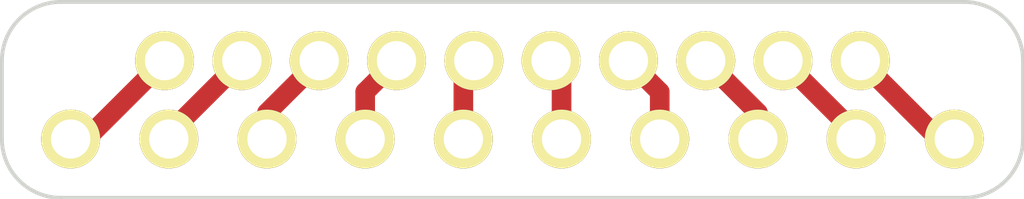
<source format=kicad_pcb>
(kicad_pcb (version 3) (host pcbnew "(2014-01-10 BZR 4027)-stable")

  (general
    (links 10)
    (no_connects 0)
    (area 76.736171 60.21324 101.7905 67.281829)
    (thickness 1.6)
    (drawings 8)
    (tracks 20)
    (zones 0)
    (modules 2)
    (nets 11)
  )

  (page A3)
  (layers
    (15 F.Cu signal)
    (0 B.Cu signal)
    (16 B.Adhes user)
    (17 F.Adhes user)
    (18 B.Paste user)
    (19 F.Paste user)
    (20 B.SilkS user)
    (21 F.SilkS user)
    (22 B.Mask user)
    (23 F.Mask user)
    (24 Dwgs.User user)
    (25 Cmts.User user)
    (26 Eco1.User user)
    (27 Eco2.User user)
    (28 Edge.Cuts user)
  )

  (setup
    (last_trace_width 0.508)
    (user_trace_width 0.508)
    (user_trace_width 0.762)
    (trace_clearance 0.254)
    (zone_clearance 0.3302)
    (zone_45_only no)
    (trace_min 0.254)
    (segment_width 0.2)
    (edge_width 0.1)
    (via_size 0.889)
    (via_drill 0.635)
    (via_min_size 0.889)
    (via_min_drill 0.508)
    (uvia_size 0.508)
    (uvia_drill 0.127)
    (uvias_allowed no)
    (uvia_min_size 0.508)
    (uvia_min_drill 0.127)
    (pcb_text_width 0.3)
    (pcb_text_size 1.5 1.5)
    (mod_edge_width 0.15)
    (mod_text_size 1 1)
    (mod_text_width 0.15)
    (pad_size 1.524 1.524)
    (pad_drill 1.016)
    (pad_to_mask_clearance 0)
    (aux_axis_origin 0 0)
    (visible_elements FFFFFFBF)
    (pcbplotparams
      (layerselection 3178497)
      (usegerberextensions true)
      (excludeedgelayer true)
      (linewidth 0.150000)
      (plotframeref false)
      (viasonmask false)
      (mode 1)
      (useauxorigin false)
      (hpglpennumber 1)
      (hpglpenspeed 20)
      (hpglpendiameter 15)
      (hpglpenoverlay 2)
      (psnegative false)
      (psa4output false)
      (plotreference true)
      (plotvalue true)
      (plotothertext true)
      (plotinvisibletext false)
      (padsonsilk false)
      (subtractmaskfromsilk false)
      (outputformat 1)
      (mirror false)
      (drillshape 1)
      (scaleselection 1)
      (outputdirectory ""))
  )

  (net 0 "")
  (net 1 N-000001)
  (net 2 N-0000010)
  (net 3 N-000002)
  (net 4 N-000003)
  (net 5 N-000004)
  (net 6 N-000005)
  (net 7 N-000006)
  (net 8 N-000007)
  (net 9 N-000008)
  (net 10 N-000009)

  (net_class Default "This is the default net class."
    (clearance 0.254)
    (trace_width 0.254)
    (via_dia 0.889)
    (via_drill 0.635)
    (uvia_dia 0.508)
    (uvia_drill 0.127)
    (add_net "")
    (add_net N-000001)
    (add_net N-0000010)
    (add_net N-000002)
    (add_net N-000003)
    (add_net N-000004)
    (add_net N-000005)
    (add_net N-000006)
    (add_net N-000007)
    (add_net N-000008)
    (add_net N-000009)
  )

  (module SIL-10 (layer F.Cu) (tedit 5395D66B) (tstamp 5395D559)
    (at 89.408 66.04)
    (descr "Connecteur 10 pins")
    (tags "CONN DEV")
    (path /5395D4F9)
    (fp_text reference P2 (at -6.35 -2.54) (layer F.SilkS) hide
      (effects (font (size 1.72974 1.08712) (thickness 0.27178)))
    )
    (fp_text value CONN_10 (at 6.35 -2.54) (layer F.SilkS) hide
      (effects (font (size 1.524 1.016) (thickness 0.254)))
    )
    (pad 1 thru_hole circle (at -11.43 0) (size 1.524 1.524) (drill 1.016)
      (layers *.Cu *.Mask F.SilkS)
      (net 2 N-0000010)
    )
    (pad 2 thru_hole circle (at -8.89 0) (size 1.524 1.524) (drill 1.016)
      (layers *.Cu *.Mask F.SilkS)
      (net 10 N-000009)
    )
    (pad 3 thru_hole circle (at -6.35 0) (size 1.524 1.524) (drill 1.016)
      (layers *.Cu *.Mask F.SilkS)
      (net 9 N-000008)
    )
    (pad 4 thru_hole circle (at -3.81 0) (size 1.524 1.524) (drill 1.016)
      (layers *.Cu *.Mask F.SilkS)
      (net 8 N-000007)
    )
    (pad 5 thru_hole circle (at -1.27 0) (size 1.524 1.524) (drill 1.016)
      (layers *.Cu *.Mask F.SilkS)
      (net 7 N-000006)
    )
    (pad 6 thru_hole circle (at 1.27 0) (size 1.524 1.524) (drill 1.016)
      (layers *.Cu *.Mask F.SilkS)
      (net 6 N-000005)
    )
    (pad 7 thru_hole circle (at 3.81 0) (size 1.524 1.524) (drill 1.016)
      (layers *.Cu *.Mask F.SilkS)
      (net 5 N-000004)
    )
    (pad 8 thru_hole circle (at 6.35 0) (size 1.524 1.524) (drill 1.016)
      (layers *.Cu *.Mask F.SilkS)
      (net 4 N-000003)
    )
    (pad 9 thru_hole circle (at 8.89 0) (size 1.524 1.524) (drill 1.016)
      (layers *.Cu *.Mask F.SilkS)
      (net 3 N-000002)
    )
    (pad 10 thru_hole circle (at 11.43 0) (size 1.524 1.524) (drill 1.016)
      (layers *.Cu *.Mask F.SilkS)
      (net 1 N-000001)
    )
  )

  (module SIL-10 (layer F.Cu) (tedit 5395D64E) (tstamp 5395D56C)
    (at 89.408 64.008)
    (descr "Connecteur 10 pins")
    (tags "CONN DEV")
    (path /5395D506)
    (fp_text reference P1 (at -6.35 -2.54) (layer F.SilkS) hide
      (effects (font (size 1.72974 1.08712) (thickness 0.27178)))
    )
    (fp_text value CONN_10 (at 6.35 -2.54) (layer F.SilkS) hide
      (effects (font (size 1.524 1.016) (thickness 0.254)))
    )
    (pad 1 thru_hole circle (at -9 0) (size 1.524 1.524) (drill 1.016)
      (layers *.Cu *.Mask F.SilkS)
      (net 2 N-0000010)
    )
    (pad 2 thru_hole circle (at -7 0) (size 1.524 1.524) (drill 1.016)
      (layers *.Cu *.Mask F.SilkS)
      (net 10 N-000009)
    )
    (pad 3 thru_hole circle (at -5 0) (size 1.524 1.524) (drill 1.016)
      (layers *.Cu *.Mask F.SilkS)
      (net 9 N-000008)
    )
    (pad 4 thru_hole circle (at -3 0) (size 1.524 1.524) (drill 1.016)
      (layers *.Cu *.Mask F.SilkS)
      (net 8 N-000007)
    )
    (pad 5 thru_hole circle (at -1 0) (size 1.524 1.524) (drill 1.016)
      (layers *.Cu *.Mask F.SilkS)
      (net 7 N-000006)
    )
    (pad 6 thru_hole circle (at 1 0) (size 1.524 1.524) (drill 1.016)
      (layers *.Cu *.Mask F.SilkS)
      (net 6 N-000005)
    )
    (pad 7 thru_hole circle (at 3 0) (size 1.524 1.524) (drill 1.016)
      (layers *.Cu *.Mask F.SilkS)
      (net 5 N-000004)
    )
    (pad 8 thru_hole circle (at 5 0) (size 1.524 1.524) (drill 1.016)
      (layers *.Cu *.Mask F.SilkS)
      (net 4 N-000003)
    )
    (pad 9 thru_hole circle (at 7 0) (size 1.524 1.524) (drill 1.016)
      (layers *.Cu *.Mask F.SilkS)
      (net 3 N-000002)
    )
    (pad 10 thru_hole circle (at 9 0) (size 1.524 1.524) (drill 1.016)
      (layers *.Cu *.Mask F.SilkS)
      (net 1 N-000001)
    )
  )

  (gr_line (start 77.724 62.484) (end 101.092 62.484) (angle 90) (layer Edge.Cuts) (width 0.1))
  (gr_line (start 101.092 67.564) (end 77.724 67.564) (angle 90) (layer Edge.Cuts) (width 0.1))
  (gr_line (start 76.2 66.04) (end 76.2 64.008) (angle 90) (layer Edge.Cuts) (width 0.1))
  (gr_line (start 102.616 64.008) (end 102.616 66.04) (angle 90) (layer Edge.Cuts) (width 0.1))
  (gr_arc (start 77.724 64.008) (end 76.2 64.008) (angle 90) (layer Edge.Cuts) (width 0.1))
  (gr_arc (start 77.724 66.04) (end 77.724 67.564) (angle 90) (layer Edge.Cuts) (width 0.1))
  (gr_arc (start 101.092 64.008) (end 101.092 62.484) (angle 90) (layer Edge.Cuts) (width 0.1))
  (gr_arc (start 101.092 66.04) (end 102.616 66.04) (angle 90) (layer Edge.Cuts) (width 0.1))

  (segment (start 100.838 66.04) (end 100.44 66.04) (width 0.508) (layer F.Cu) (net 1))
  (segment (start 100.44 66.04) (end 98.408 64.008) (width 0.508) (layer F.Cu) (net 1) (tstamp 5395D845))
  (segment (start 77.978 66.04) (end 78.376 66.04) (width 0.508) (layer F.Cu) (net 2))
  (segment (start 78.376 66.04) (end 80.408 64.008) (width 0.508) (layer F.Cu) (net 2) (tstamp 5395D82A))
  (segment (start 98.298 66.04) (end 98.298 65.898) (width 0.508) (layer F.Cu) (net 3))
  (segment (start 98.298 65.898) (end 96.408 64.008) (width 0.508) (layer F.Cu) (net 3) (tstamp 5395D842))
  (segment (start 95.758 66.04) (end 95.758 65.358) (width 0.508) (layer F.Cu) (net 4))
  (segment (start 95.758 65.358) (end 94.408 64.008) (width 0.508) (layer F.Cu) (net 4) (tstamp 5395D83F))
  (segment (start 93.218 66.04) (end 93.218 64.818) (width 0.508) (layer F.Cu) (net 5))
  (segment (start 93.218 64.818) (end 92.408 64.008) (width 0.508) (layer F.Cu) (net 5) (tstamp 5395D83C))
  (segment (start 90.678 66.04) (end 90.678 64.278) (width 0.508) (layer F.Cu) (net 6))
  (segment (start 90.678 64.278) (end 90.408 64.008) (width 0.508) (layer F.Cu) (net 6) (tstamp 5395D839))
  (segment (start 88.138 66.04) (end 88.138 64.278) (width 0.508) (layer F.Cu) (net 7))
  (segment (start 88.138 64.278) (end 88.408 64.008) (width 0.508) (layer F.Cu) (net 7) (tstamp 5395D836))
  (segment (start 85.598 66.04) (end 85.598 64.818) (width 0.508) (layer F.Cu) (net 8))
  (segment (start 85.598 64.818) (end 86.408 64.008) (width 0.508) (layer F.Cu) (net 8) (tstamp 5395D833))
  (segment (start 83.058 66.04) (end 83.058 65.358) (width 0.508) (layer F.Cu) (net 9))
  (segment (start 83.058 65.358) (end 84.408 64.008) (width 0.508) (layer F.Cu) (net 9) (tstamp 5395D830))
  (segment (start 80.518 66.04) (end 80.518 65.898) (width 0.508) (layer F.Cu) (net 10))
  (segment (start 80.518 65.898) (end 82.408 64.008) (width 0.508) (layer F.Cu) (net 10) (tstamp 5395D82D))

)

</source>
